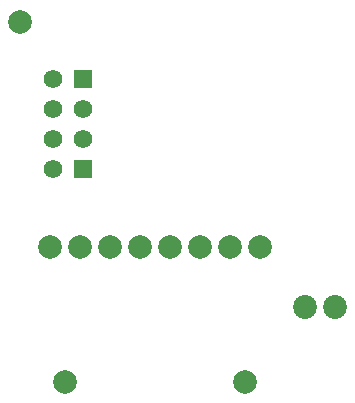
<source format=gbr>
%TF.GenerationSoftware,KiCad,Pcbnew,5.1.7+dfsg1-1~bpo10+1*%
%TF.CreationDate,2020-11-10T14:05:56+09:00*%
%TF.ProjectId,MPU6050+ESP01_1,4d505536-3035-4302-9b45-535030315f31,rev?*%
%TF.SameCoordinates,Original*%
%TF.FileFunction,Copper,L2,Bot*%
%TF.FilePolarity,Positive*%
%FSLAX46Y46*%
G04 Gerber Fmt 4.6, Leading zero omitted, Abs format (unit mm)*
G04 Created by KiCad (PCBNEW 5.1.7+dfsg1-1~bpo10+1) date 2020-11-10 14:05:56*
%MOMM*%
%LPD*%
G01*
G04 APERTURE LIST*
%TA.AperFunction,ComponentPad*%
%ADD10C,2.000000*%
%TD*%
%TA.AperFunction,ComponentPad*%
%ADD11C,2.020000*%
%TD*%
%TA.AperFunction,ComponentPad*%
%ADD12C,1.575000*%
%TD*%
%TA.AperFunction,ComponentPad*%
%ADD13R,1.575000X1.575000*%
%TD*%
%TA.AperFunction,ViaPad*%
%ADD14C,2.000000*%
%TD*%
G04 APERTURE END LIST*
D10*
%TO.P,U2,8*%
%TO.N,Net-(U2-Pad8)*%
X104140000Y-119380000D03*
%TO.P,U2,7*%
%TO.N,Net-(U2-Pad7)*%
X106680000Y-119380000D03*
%TO.P,U2,6*%
%TO.N,Net-(U2-Pad6)*%
X109220000Y-119380000D03*
%TO.P,U2,5*%
%TO.N,Net-(U2-Pad5)*%
X111760000Y-119380000D03*
%TO.P,U2,4*%
%TO.N,Net-(U1-Pad2)*%
X114300000Y-119380000D03*
%TO.P,U2,3*%
%TO.N,Net-(U1-Pad3)*%
X116840000Y-119380000D03*
%TO.P,U2,2*%
%TO.N,GND*%
X119380000Y-119380000D03*
%TO.P,U2,1*%
%TO.N,+3V3*%
X121920000Y-119380000D03*
%TD*%
D11*
%TO.P,J1,2*%
%TO.N,+3V3*%
X125730000Y-124460000D03*
%TO.P,J1,1*%
%TO.N,GND*%
X128270000Y-124460000D03*
%TD*%
D12*
%TO.P,U1,8*%
%TO.N,+3V3*%
X104405001Y-112835001D03*
%TO.P,U1,7*%
%TO.N,Net-(U1-Pad7)*%
X104405001Y-110295001D03*
%TO.P,U1,6*%
%TO.N,+3V3*%
X104405001Y-107755001D03*
%TO.P,U1,5*%
%TO.N,Net-(U1-Pad5)*%
X104405001Y-105215001D03*
D13*
%TO.P,U1,4*%
%TO.N,GND*%
X106945001Y-105215001D03*
D12*
%TO.P,U1,3*%
%TO.N,Net-(U1-Pad3)*%
X106945001Y-107755001D03*
%TO.P,U1,2*%
%TO.N,Net-(U1-Pad2)*%
X106945001Y-110295001D03*
D13*
%TO.P,U1,1*%
%TO.N,Net-(U1-Pad1)*%
X106945001Y-112835001D03*
%TD*%
D14*
%TO.N,*%
X120650000Y-130810000D03*
X101600000Y-100330000D03*
X105410000Y-130810000D03*
%TD*%
M02*

</source>
